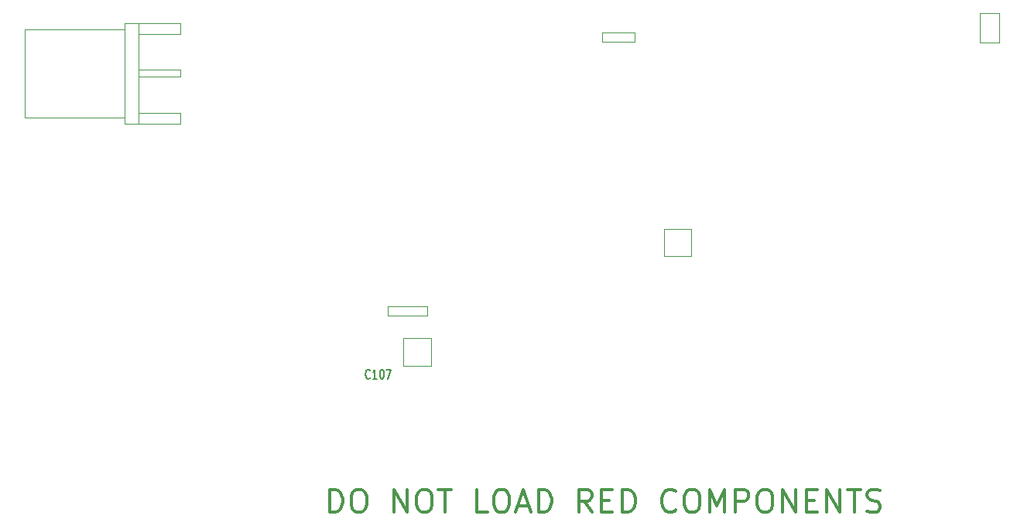
<source format=gbr>
G04 (created by PCBNEW (2013-mar-25)-stable) date Wednesday, January 13, 2016 08:40:10 PM*
%MOIN*%
G04 Gerber Fmt 3.4, Leading zero omitted, Abs format*
%FSLAX34Y34*%
G01*
G70*
G90*
G04 APERTURE LIST*
%ADD10C,0.006*%
%ADD11C,0.011811*%
%ADD12C,0.00393701*%
%ADD13C,0.00590551*%
G04 APERTURE END LIST*
G54D10*
G54D11*
X38165Y-52563D02*
X38165Y-51579D01*
X38399Y-51579D01*
X38540Y-51626D01*
X38634Y-51720D01*
X38681Y-51813D01*
X38727Y-52001D01*
X38727Y-52141D01*
X38681Y-52329D01*
X38634Y-52423D01*
X38540Y-52516D01*
X38399Y-52563D01*
X38165Y-52563D01*
X39337Y-51579D02*
X39524Y-51579D01*
X39618Y-51626D01*
X39712Y-51720D01*
X39759Y-51907D01*
X39759Y-52235D01*
X39712Y-52423D01*
X39618Y-52516D01*
X39524Y-52563D01*
X39337Y-52563D01*
X39243Y-52516D01*
X39149Y-52423D01*
X39102Y-52235D01*
X39102Y-51907D01*
X39149Y-51720D01*
X39243Y-51626D01*
X39337Y-51579D01*
X40930Y-52563D02*
X40930Y-51579D01*
X41493Y-52563D01*
X41493Y-51579D01*
X42149Y-51579D02*
X42336Y-51579D01*
X42430Y-51626D01*
X42524Y-51720D01*
X42571Y-51907D01*
X42571Y-52235D01*
X42524Y-52423D01*
X42430Y-52516D01*
X42336Y-52563D01*
X42149Y-52563D01*
X42055Y-52516D01*
X41961Y-52423D01*
X41915Y-52235D01*
X41915Y-51907D01*
X41961Y-51720D01*
X42055Y-51626D01*
X42149Y-51579D01*
X42852Y-51579D02*
X43414Y-51579D01*
X43133Y-52563D02*
X43133Y-51579D01*
X44961Y-52563D02*
X44492Y-52563D01*
X44492Y-51579D01*
X45477Y-51579D02*
X45664Y-51579D01*
X45758Y-51626D01*
X45852Y-51720D01*
X45898Y-51907D01*
X45898Y-52235D01*
X45852Y-52423D01*
X45758Y-52516D01*
X45664Y-52563D01*
X45477Y-52563D01*
X45383Y-52516D01*
X45289Y-52423D01*
X45242Y-52235D01*
X45242Y-51907D01*
X45289Y-51720D01*
X45383Y-51626D01*
X45477Y-51579D01*
X46273Y-52282D02*
X46742Y-52282D01*
X46180Y-52563D02*
X46508Y-51579D01*
X46836Y-52563D01*
X47164Y-52563D02*
X47164Y-51579D01*
X47398Y-51579D01*
X47539Y-51626D01*
X47633Y-51720D01*
X47679Y-51813D01*
X47726Y-52001D01*
X47726Y-52141D01*
X47679Y-52329D01*
X47633Y-52423D01*
X47539Y-52516D01*
X47398Y-52563D01*
X47164Y-52563D01*
X49461Y-52563D02*
X49132Y-52095D01*
X48898Y-52563D02*
X48898Y-51579D01*
X49273Y-51579D01*
X49367Y-51626D01*
X49414Y-51673D01*
X49461Y-51766D01*
X49461Y-51907D01*
X49414Y-52001D01*
X49367Y-52048D01*
X49273Y-52095D01*
X48898Y-52095D01*
X49882Y-52048D02*
X50210Y-52048D01*
X50351Y-52563D02*
X49882Y-52563D01*
X49882Y-51579D01*
X50351Y-51579D01*
X50773Y-52563D02*
X50773Y-51579D01*
X51007Y-51579D01*
X51148Y-51626D01*
X51242Y-51720D01*
X51288Y-51813D01*
X51335Y-52001D01*
X51335Y-52141D01*
X51288Y-52329D01*
X51242Y-52423D01*
X51148Y-52516D01*
X51007Y-52563D01*
X50773Y-52563D01*
X53069Y-52470D02*
X53023Y-52516D01*
X52882Y-52563D01*
X52788Y-52563D01*
X52648Y-52516D01*
X52554Y-52423D01*
X52507Y-52329D01*
X52460Y-52141D01*
X52460Y-52001D01*
X52507Y-51813D01*
X52554Y-51720D01*
X52648Y-51626D01*
X52788Y-51579D01*
X52882Y-51579D01*
X53023Y-51626D01*
X53069Y-51673D01*
X53679Y-51579D02*
X53866Y-51579D01*
X53960Y-51626D01*
X54054Y-51720D01*
X54101Y-51907D01*
X54101Y-52235D01*
X54054Y-52423D01*
X53960Y-52516D01*
X53866Y-52563D01*
X53679Y-52563D01*
X53585Y-52516D01*
X53491Y-52423D01*
X53444Y-52235D01*
X53444Y-51907D01*
X53491Y-51720D01*
X53585Y-51626D01*
X53679Y-51579D01*
X54522Y-52563D02*
X54522Y-51579D01*
X54850Y-52282D01*
X55179Y-51579D01*
X55179Y-52563D01*
X55647Y-52563D02*
X55647Y-51579D01*
X56022Y-51579D01*
X56116Y-51626D01*
X56163Y-51673D01*
X56210Y-51766D01*
X56210Y-51907D01*
X56163Y-52001D01*
X56116Y-52048D01*
X56022Y-52095D01*
X55647Y-52095D01*
X56819Y-51579D02*
X57006Y-51579D01*
X57100Y-51626D01*
X57194Y-51720D01*
X57241Y-51907D01*
X57241Y-52235D01*
X57194Y-52423D01*
X57100Y-52516D01*
X57006Y-52563D01*
X56819Y-52563D01*
X56725Y-52516D01*
X56631Y-52423D01*
X56585Y-52235D01*
X56585Y-51907D01*
X56631Y-51720D01*
X56725Y-51626D01*
X56819Y-51579D01*
X57663Y-52563D02*
X57663Y-51579D01*
X58225Y-52563D01*
X58225Y-51579D01*
X58694Y-52048D02*
X59022Y-52048D01*
X59162Y-52563D02*
X58694Y-52563D01*
X58694Y-51579D01*
X59162Y-51579D01*
X59584Y-52563D02*
X59584Y-51579D01*
X60147Y-52563D01*
X60147Y-51579D01*
X60475Y-51579D02*
X61037Y-51579D01*
X60756Y-52563D02*
X60756Y-51579D01*
X61318Y-52516D02*
X61459Y-52563D01*
X61693Y-52563D01*
X61787Y-52516D01*
X61834Y-52470D01*
X61881Y-52376D01*
X61881Y-52282D01*
X61834Y-52188D01*
X61787Y-52141D01*
X61693Y-52095D01*
X61506Y-52048D01*
X61412Y-52001D01*
X61365Y-51954D01*
X61318Y-51860D01*
X61318Y-51766D01*
X61365Y-51673D01*
X61412Y-51626D01*
X61506Y-51579D01*
X61740Y-51579D01*
X61881Y-51626D01*
G54D12*
X66181Y-32322D02*
X66181Y-31062D01*
X66181Y-31062D02*
X67007Y-31062D01*
X67007Y-31062D02*
X67007Y-32322D01*
X67007Y-32322D02*
X66181Y-32322D01*
X49901Y-31889D02*
X51318Y-31889D01*
X51318Y-31889D02*
X51318Y-32283D01*
X51318Y-32283D02*
X49901Y-32283D01*
X49901Y-32283D02*
X49901Y-31889D01*
X40669Y-43700D02*
X42362Y-43700D01*
X42362Y-43700D02*
X42362Y-44094D01*
X42362Y-44094D02*
X40669Y-44094D01*
X40669Y-44094D02*
X40669Y-43700D01*
X42519Y-46259D02*
X41338Y-46259D01*
X41338Y-46259D02*
X41338Y-45078D01*
X41338Y-45078D02*
X42519Y-45078D01*
X42519Y-45078D02*
X42519Y-46259D01*
X29322Y-31492D02*
X29921Y-31492D01*
X29921Y-31492D02*
X29921Y-35830D01*
X29921Y-35830D02*
X29322Y-35830D01*
X29322Y-35830D02*
X29322Y-31492D01*
X29921Y-33511D02*
X31720Y-33511D01*
X31720Y-33511D02*
X31720Y-33811D01*
X31720Y-33811D02*
X29921Y-33811D01*
X29921Y-31492D02*
X31720Y-31492D01*
X31720Y-31492D02*
X31720Y-31950D01*
X31720Y-31950D02*
X29921Y-31950D01*
X29921Y-35830D02*
X31720Y-35830D01*
X31720Y-35830D02*
X31720Y-35372D01*
X31720Y-35372D02*
X29921Y-35372D01*
X29322Y-35561D02*
X25039Y-35561D01*
X25039Y-35561D02*
X25039Y-31761D01*
X25039Y-31761D02*
X29322Y-31761D01*
X53740Y-41535D02*
X52559Y-41535D01*
X52559Y-41535D02*
X52559Y-40354D01*
X52559Y-40354D02*
X53740Y-40354D01*
X53740Y-40354D02*
X53740Y-41535D01*
G54D13*
X39903Y-46775D02*
X39888Y-46794D01*
X39843Y-46812D01*
X39813Y-46812D01*
X39768Y-46794D01*
X39738Y-46756D01*
X39723Y-46719D01*
X39708Y-46644D01*
X39708Y-46587D01*
X39723Y-46512D01*
X39738Y-46475D01*
X39768Y-46437D01*
X39813Y-46419D01*
X39843Y-46419D01*
X39888Y-46437D01*
X39903Y-46456D01*
X40203Y-46812D02*
X40023Y-46812D01*
X40113Y-46812D02*
X40113Y-46419D01*
X40083Y-46475D01*
X40053Y-46512D01*
X40023Y-46531D01*
X40398Y-46419D02*
X40428Y-46419D01*
X40458Y-46437D01*
X40473Y-46456D01*
X40488Y-46494D01*
X40503Y-46569D01*
X40503Y-46662D01*
X40488Y-46737D01*
X40473Y-46775D01*
X40458Y-46794D01*
X40428Y-46812D01*
X40398Y-46812D01*
X40368Y-46794D01*
X40353Y-46775D01*
X40338Y-46737D01*
X40323Y-46662D01*
X40323Y-46569D01*
X40338Y-46494D01*
X40353Y-46456D01*
X40368Y-46437D01*
X40398Y-46419D01*
X40608Y-46419D02*
X40818Y-46419D01*
X40683Y-46812D01*
M02*

</source>
